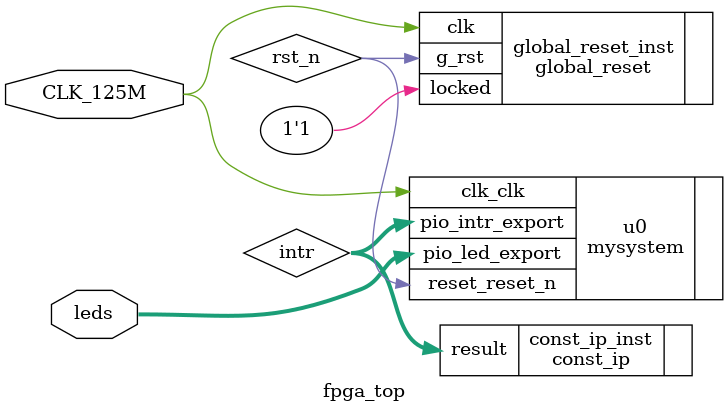
<source format=v>
module fpga_top(

    input   wire        CLK_125M     ,
    //input   wire        rst_n       ,
    inout  wire [7:0]  leds     

);
wire rst_n;
wire [1:0] intr;

global_reset#(
    .rst_num     (8'd10),
    .rst_type    (1'd0 )                 //复位模式 0：低有效  1：高有效
)global_reset_inst
(
	.clk    (CLK_125M   ),
	.locked (1'b1       ),
	.g_rst  (rst_n      )
);


	 
    mysystem u0 (
        .clk_clk        (CLK_125M   ),  //  clk.clk
        .reset_reset_n  (rst_n      ),  //  reset.reset_n
        .pio_led_export (leds       ),  //  pio_led.export
		  .pio_intr_export (intr      )	 //  pio_intr.export
	);
	
	const_ip	const_ip_inst (
	.result ( intr )
	);

	
    
    
endmodule

</source>
